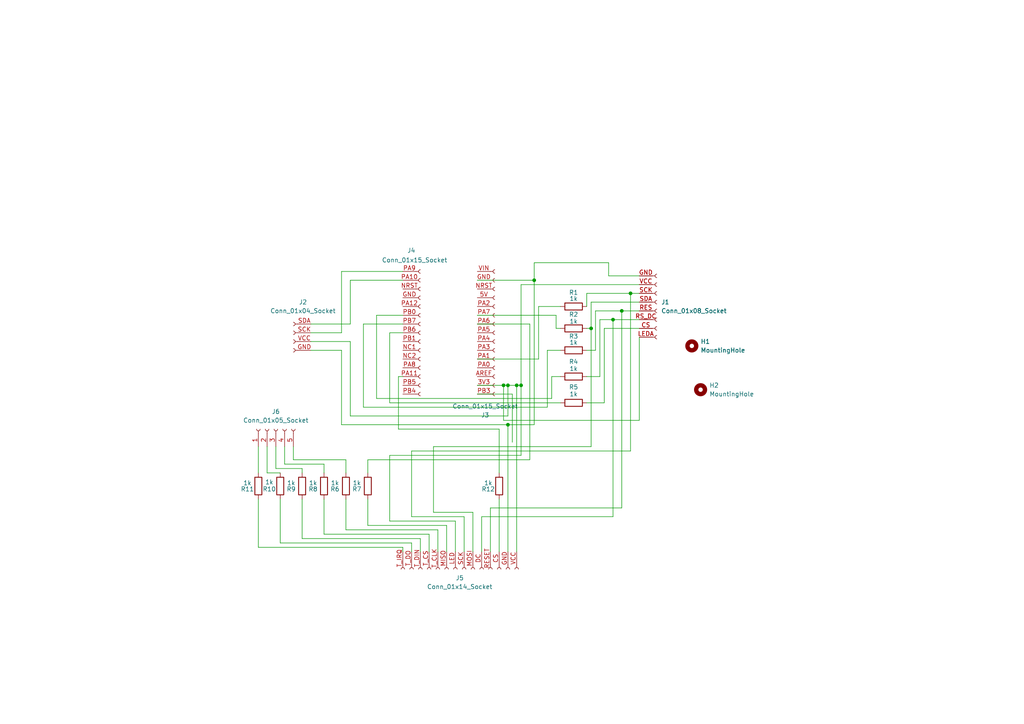
<source format=kicad_sch>
(kicad_sch (version 20231120) (generator "eeschema") (generator_version "8.0")
  (paper "A4")
  (lib_symbols
    (symbol "Conn_01x15_Socket_1" (pin_names (offset 1.016) hide)
      (property "Reference" "J4" (at -3.81 23.876 0))
      (property "Value" "Conn_01x15_Socket" (at -11.176 21.082 0))
      (symbol "Conn_01x15_Socket_1_1_1"
        (arc (start 0 -17.272) (mid -0.5058 -17.78) (end 0 -18.288) (stroke (width 0.1524)))
        (arc (start 0 -14.732) (mid -0.5058 -15.24) (end 0 -15.748) (stroke (width 0.1524)))
        (arc (start 0 -12.192) (mid -0.5058 -12.7) (end 0 -13.208) (stroke (width 0.1524)))
        (arc (start 0 -9.652) (mid -0.5058 -10.16) (end 0 -10.668) (stroke (width 0.1524)))
        (arc (start 0 -7.112) (mid -0.5058 -7.62) (end 0 -8.128) (stroke (width 0.1524)))
        (arc (start 0 -4.572) (mid -0.5058 -5.08) (end 0 -5.588) (stroke (width 0.1524)))
        (arc (start 0 -2.032) (mid -0.5058 -2.54) (end 0 -3.048) (stroke (width 0.1524)))
        (polyline (pts (xy -1.27 -17.78) (xy -0.508 -17.78)) (stroke (width 0.1524)))
        (polyline (pts (xy -1.27 -15.24) (xy -0.508 -15.24)) (stroke (width 0.1524)))
        (polyline (pts (xy -1.27 -12.7) (xy -0.508 -12.7)) (stroke (width 0.1524)))
        (polyline (pts (xy -1.27 -10.16) (xy -0.508 -10.16)) (stroke (width 0.1524)))
        (polyline (pts (xy -1.27 -7.62) (xy -0.508 -7.62)) (stroke (width 0.1524)))
        (polyline (pts (xy -1.27 -5.08) (xy -0.508 -5.08)) (stroke (width 0.1524)))
        (polyline (pts (xy -1.27 -2.54) (xy -0.508 -2.54)) (stroke (width 0.1524)))
        (polyline (pts (xy -1.27 0) (xy -0.508 0)) (stroke (width 0.1524)))
        (polyline (pts (xy -1.27 2.54) (xy -0.508 2.54)) (stroke (width 0.1524)))
        (polyline (pts (xy -1.27 5.08) (xy -0.508 5.08)) (stroke (width 0.1524)))
        (polyline (pts (xy -1.27 7.62) (xy -0.508 7.62)) (stroke (width 0.1524)))
        (polyline (pts (xy -1.27 10.16) (xy -0.508 10.16)) (stroke (width 0.1524)))
        (polyline (pts (xy -1.27 12.7) (xy -0.508 12.7)) (stroke (width 0.1524)))
        (polyline (pts (xy -1.27 15.24) (xy -0.508 15.24)) (stroke (width 0.1524)))
        (polyline (pts (xy -1.27 17.78) (xy -0.508 17.78)) (stroke (width 0.1524)))
        (arc (start 0 0.508) (mid -0.5058 0) (end 0 -0.508) (stroke (width 0.1524)))
        (arc (start 0 3.048) (mid -0.5058 2.54) (end 0 2.032) (stroke (width 0.1524)))
        (arc (start 0 5.588) (mid -0.5058 5.08) (end 0 4.572) (stroke (width 0.1524)))
        (arc (start 0 8.128) (mid -0.5058 7.62) (end 0 7.112) (stroke (width 0.1524)))
        (arc (start 0 10.668) (mid -0.5058 10.16) (end 0 9.652) (stroke (width 0.1524)))
        (arc (start 0 13.208) (mid -0.5058 12.7) (end 0 12.192) (stroke (width 0.1524)))
        (arc (start 0 15.748) (mid -0.5058 15.24) (end 0 14.732) (stroke (width 0.1524)))
        (arc (start 0 18.288) (mid -0.5058 17.78) (end 0 17.272) (stroke (width 0.1524)))
        (pin passive line (at -5.08 10.16 0) (length 3.81) (name "Pin_4") (number "GND"))
        (pin passive line (at -5.08 -5.08 0) (length 3.81) (name "Pin_10") (number "NC1"))
        (pin passive line (at -5.08 -7.62 0) (length 3.81) (name "Pin_11") (number "NC2"))
        (pin passive line (at -5.08 12.7 0) (length 3.81) (name "Pin_3") (number "NRST"))
        (pin passive line (at -5.08 15.24 0) (length 3.81) (name "Pin_2") (number "PA10"))
        (pin passive line (at -5.08 -12.7 0) (length 3.81) (name "Pin_13") (number "PA11"))
        (pin passive line (at -5.08 7.62 0) (length 3.81) (name "Pin_5") (number "PA12"))
        (pin passive line (at -5.08 -10.16 0) (length 3.81) (name "Pin_12") (number "PA8"))
        (pin passive line (at -5.08 17.78 0) (length 3.81) (name "Pin_1") (number "PA9"))
        (pin passive line (at -5.08 5.08 0) (length 3.81) (name "Pin_6") (number "PB0"))
        (pin passive line (at -5.08 -2.54 0) (length 3.81) (name "Pin_9") (number "PB1"))
        (pin passive line (at -5.08 -17.78 0) (length 3.81) (name "Pin_15") (number "PB4"))
        (pin passive line (at -5.08 -15.24 0) (length 3.81) (name "Pin_14") (number "PB5"))
        (pin passive line (at -5.08 0 0) (length 3.81) (name "Pin_8") (number "PB6"))
        (pin passive line (at -5.08 2.54 0) (length 3.81) (name "Pin_7") (number "PB7"))
      )
    )
    (symbol "Connector:Conn_01x04_Socket" (pin_names (offset 1.016) hide)
      (property "Reference" "J2" (at -0.635 -10.16 0))
      (property "Value" "Conn_01x04_Socket" (at -0.635 -7.62 0))
      (symbol "Conn_01x04_Socket_1_1"
        (arc (start 0 -4.572) (mid -0.5058 -5.08) (end 0 -5.588) (stroke (width 0.1524)))
        (arc (start 0 -2.032) (mid -0.5058 -2.54) (end 0 -3.048) (stroke (width 0.1524)))
        (polyline (pts (xy -1.27 -5.08) (xy -0.508 -5.08)) (stroke (width 0.1524)))
        (polyline (pts (xy -1.27 -2.54) (xy -0.508 -2.54)) (stroke (width 0.1524)))
        (polyline (pts (xy -1.27 0) (xy -0.508 0)) (stroke (width 0.1524)))
        (polyline (pts (xy -1.27 2.54) (xy -0.508 2.54)) (stroke (width 0.1524)))
        (arc (start 0 0.508) (mid -0.5058 0) (end 0 -0.508) (stroke (width 0.1524)))
        (arc (start 0 3.048) (mid -0.5058 2.54) (end 0 2.032) (stroke (width 0.1524)))
        (pin passive line (at -5.08 2.54 0) (length 3.81) (name "Pin_1") (number "GND"))
        (pin passive line (at -5.08 -2.54 0) (length 3.81) (name "Pin_3") (number "SCK"))
        (pin passive line (at -5.08 -5.08 0) (length 3.81) (name "Pin_4") (number "SDA"))
        (pin passive line (at -5.08 0 0) (length 3.81) (name "Pin_2") (number "VCC"))
      )
    )
    (symbol "Connector:Conn_01x05_Socket" (pin_names (offset 1.016) hide)
      (property "Reference" "J" (at 0 7.62 0))
      (property "Value" "Conn_01x05_Socket" (at 0 -7.62 0))
      (symbol "Conn_01x05_Socket_1_1"
        (arc (start 0 -4.572) (mid -0.5058 -5.08) (end 0 -5.588) (stroke (width 0.1524)))
        (arc (start 0 -2.032) (mid -0.5058 -2.54) (end 0 -3.048) (stroke (width 0.1524)))
        (polyline (pts (xy -1.27 -5.08) (xy -0.508 -5.08)) (stroke (width 0.1524)))
        (polyline (pts (xy -1.27 -2.54) (xy -0.508 -2.54)) (stroke (width 0.1524)))
        (polyline (pts (xy -1.27 0) (xy -0.508 0)) (stroke (width 0.1524)))
        (polyline (pts (xy -1.27 2.54) (xy -0.508 2.54)) (stroke (width 0.1524)))
        (polyline (pts (xy -1.27 5.08) (xy -0.508 5.08)) (stroke (width 0.1524)))
        (arc (start 0 0.508) (mid -0.5058 0) (end 0 -0.508) (stroke (width 0.1524)))
        (arc (start 0 3.048) (mid -0.5058 2.54) (end 0 2.032) (stroke (width 0.1524)))
        (arc (start 0 5.588) (mid -0.5058 5.08) (end 0 4.572) (stroke (width 0.1524)))
        (pin passive line (at -5.08 5.08 0) (length 3.81) (name "Pin_1") (number "1"))
        (pin passive line (at -5.08 2.54 0) (length 3.81) (name "Pin_2") (number "2"))
        (pin passive line (at -5.08 0 0) (length 3.81) (name "Pin_3") (number "3"))
        (pin passive line (at -5.08 -2.54 0) (length 3.81) (name "Pin_4") (number "4"))
        (pin passive line (at -5.08 -5.08 0) (length 3.81) (name "Pin_5") (number "5"))
      )
    )
    (symbol "Connector:Conn_01x08_Socket" (pin_names (offset 1.016) hide)
      (property "Reference" "J1" (at 1.27 0.0001 0))
      (property "Value" "Conn_01x08_Socket" (at 1.27 -2.5399 0))
      (symbol "Conn_01x08_Socket_1_1"
        (arc (start 0 -9.652) (mid -0.5058 -10.16) (end 0 -10.668) (stroke (width 0.1524)))
        (arc (start 0 -7.112) (mid -0.5058 -7.62) (end 0 -8.128) (stroke (width 0.1524)))
        (arc (start 0 -4.572) (mid -0.5058 -5.08) (end 0 -5.588) (stroke (width 0.1524)))
        (arc (start 0 -2.032) (mid -0.5058 -2.54) (end 0 -3.048) (stroke (width 0.1524)))
        (polyline (pts (xy -1.27 -10.16) (xy -0.508 -10.16)) (stroke (width 0.1524)))
        (polyline (pts (xy -1.27 -7.62) (xy -0.508 -7.62)) (stroke (width 0.1524)))
        (polyline (pts (xy -1.27 -5.08) (xy -0.508 -5.08)) (stroke (width 0.1524)))
        (polyline (pts (xy -1.27 -2.54) (xy -0.508 -2.54)) (stroke (width 0.1524)))
        (polyline (pts (xy -1.27 0) (xy -0.508 0)) (stroke (width 0.1524)))
        (polyline (pts (xy -1.27 2.54) (xy -0.508 2.54)) (stroke (width 0.1524)))
        (polyline (pts (xy -1.27 5.08) (xy -0.508 5.08)) (stroke (width 0.1524)))
        (polyline (pts (xy -1.27 7.62) (xy -0.508 7.62)) (stroke (width 0.1524)))
        (arc (start 0 0.508) (mid -0.5058 0) (end 0 -0.508) (stroke (width 0.1524)))
        (arc (start 0 3.048) (mid -0.5058 2.54) (end 0 2.032) (stroke (width 0.1524)))
        (arc (start 0 5.588) (mid -0.5058 5.08) (end 0 4.572) (stroke (width 0.1524)))
        (arc (start 0 8.128) (mid -0.5058 7.62) (end 0 7.112) (stroke (width 0.1524)))
        (pin passive line (at -5.08 -7.62 0) (length 3.81) (name "Pin_7") (number "CS"))
        (pin passive line (at -5.08 7.62 0) (length 3.81) (name "Pin_1") (number "GND"))
        (pin passive line (at -5.08 -10.16 0) (length 3.81) (name "Pin_8") (number "LEDA"))
        (pin passive line (at -5.08 -2.54 0) (length 3.81) (name "Pin_5") (number "RES"))
        (pin passive line (at -5.08 -5.08 0) (length 3.81) (name "Pin_6") (number "RS_DC"))
        (pin passive line (at -5.08 2.54 0) (length 3.81) (name "Pin_3") (number "SCK"))
        (pin passive line (at -5.08 0 0) (length 3.81) (name "Pin_4") (number "SDA"))
        (pin passive line (at -5.08 5.08 0) (length 3.81) (name "Pin_2") (number "VCC"))
      )
    )
    (symbol "Connector:Conn_01x14_Socket" (pin_names (offset 1.016) hide)
      (property "Reference" "J5" (at 2.54 -1.27 90))
      (property "Value" "Conn_01x14_Socket" (at 5.08 -1.27 90))
      (symbol "Conn_01x14_Socket_1_1"
        (arc (start 0 -17.272) (mid -0.5058 -17.78) (end 0 -18.288) (stroke (width 0.1524)))
        (arc (start 0 -14.732) (mid -0.5058 -15.24) (end 0 -15.748) (stroke (width 0.1524)))
        (arc (start 0 -12.192) (mid -0.5058 -12.7) (end 0 -13.208) (stroke (width 0.1524)))
        (arc (start 0 -9.652) (mid -0.5058 -10.16) (end 0 -10.668) (stroke (width 0.1524)))
        (arc (start 0 -7.112) (mid -0.5058 -7.62) (end 0 -8.128) (stroke (width 0.1524)))
        (arc (start 0 -4.572) (mid -0.5058 -5.08) (end 0 -5.588) (stroke (width 0.1524)))
        (arc (start 0 -2.032) (mid -0.5058 -2.54) (end 0 -3.048) (stroke (width 0.1524)))
        (polyline (pts (xy -1.27 -17.78) (xy -0.508 -17.78)) (stroke (width 0.1524)))
        (polyline (pts (xy -1.27 -15.24) (xy -0.508 -15.24)) (stroke (width 0.1524)))
        (polyline (pts (xy -1.27 -12.7) (xy -0.508 -12.7)) (stroke (width 0.1524)))
        (polyline (pts (xy -1.27 -10.16) (xy -0.508 -10.16)) (stroke (width 0.1524)))
        (polyline (pts (xy -1.27 -7.62) (xy -0.508 -7.62)) (stroke (width 0.1524)))
        (polyline (pts (xy -1.27 -5.08) (xy -0.508 -5.08)) (stroke (width 0.1524)))
        (polyline (pts (xy -1.27 -2.54) (xy -0.508 -2.54)) (stroke (width 0.1524)))
        (polyline (pts (xy -1.27 0) (xy -0.508 0)) (stroke (width 0.1524)))
        (polyline (pts (xy -1.27 2.54) (xy -0.508 2.54)) (stroke (width 0.1524)))
        (polyline (pts (xy -1.27 5.08) (xy -0.508 5.08)) (stroke (width 0.1524)))
        (polyline (pts (xy -1.27 7.62) (xy -0.508 7.62)) (stroke (width 0.1524)))
        (polyline (pts (xy -1.27 10.16) (xy -0.508 10.16)) (stroke (width 0.1524)))
        (polyline (pts (xy -1.27 12.7) (xy -0.508 12.7)) (stroke (width 0.1524)))
        (polyline (pts (xy -1.27 15.24) (xy -0.508 15.24)) (stroke (width 0.1524)))
        (arc (start 0 0.508) (mid -0.5058 0) (end 0 -0.508) (stroke (width 0.1524)))
        (arc (start 0 3.048) (mid -0.5058 2.54) (end 0 2.032) (stroke (width 0.1524)))
        (arc (start 0 5.588) (mid -0.5058 5.08) (end 0 4.572) (stroke (width 0.1524)))
        (arc (start 0 8.128) (mid -0.5058 7.62) (end 0 7.112) (stroke (width 0.1524)))
        (arc (start 0 10.668) (mid -0.5058 10.16) (end 0 9.652) (stroke (width 0.1524)))
        (arc (start 0 13.208) (mid -0.5058 12.7) (end 0 12.192) (stroke (width 0.1524)))
        (arc (start 0 15.748) (mid -0.5058 15.24) (end 0 14.732) (stroke (width 0.1524)))
        (pin passive line (at -5.08 10.16 0) (length 3.81) (name "Pin_3") (number "CS"))
        (pin passive line (at -5.08 5.08 0) (length 3.81) (name "Pin_5") (number "DC"))
        (pin passive line (at -5.08 12.7 0) (length 3.81) (name "Pin_2") (number "GND"))
        (pin passive line (at -5.08 -2.54 0) (length 3.81) (name "Pin_8") (number "LED"))
        (pin passive line (at -5.08 -5.08 0) (length 3.81) (name "Pin_9") (number "MISO"))
        (pin passive line (at -5.08 2.54 0) (length 3.81) (name "Pin_6") (number "MOSI"))
        (pin passive line (at -5.08 7.62 0) (length 3.81) (name "Pin_4") (number "RESET"))
        (pin passive line (at -5.08 0 0) (length 3.81) (name "Pin_7") (number "SCK"))
        (pin passive line (at -5.08 -7.62 0) (length 3.81) (name "Pin_10") (number "T_CLK"))
        (pin passive line (at -5.08 -10.16 0) (length 3.81) (name "Pin_11") (number "T_CS"))
        (pin passive line (at -5.08 -12.7 0) (length 3.81) (name "Pin_12") (number "T_DIN"))
        (pin passive line (at -5.08 -15.24 0) (length 3.81) (name "Pin_13") (number "T_DO"))
        (pin passive line (at -5.08 -17.78 0) (length 3.81) (name "Pin_14") (number "T_IRQ"))
        (pin passive line (at -5.08 15.24 0) (length 3.81) (name "Pin_1") (number "VCC"))
      )
    )
    (symbol "Connector:Conn_01x15_Socket" (pin_names (offset 1.016) hide)
      (property "Reference" "J3" (at -1.016 22.606 0))
      (property "Value" "Conn_01x15_Socket" (at -1.016 20.066 0))
      (symbol "Conn_01x15_Socket_1_1"
        (arc (start -3.81 -19.558) (mid -3.3042 -19.05) (end -3.81 -18.542) (stroke (width 0.1524)))
        (arc (start -3.81 -17.018) (mid -3.3042 -16.51) (end -3.81 -16.002) (stroke (width 0.1524)))
        (arc (start -3.81 -14.478) (mid -3.3042 -13.97) (end -3.81 -13.462) (stroke (width 0.1524)))
        (arc (start -3.81 -11.938) (mid -3.3042 -11.43) (end -3.81 -10.922) (stroke (width 0.1524)))
        (arc (start -3.81 -9.398) (mid -3.3042 -8.89) (end -3.81 -8.382) (stroke (width 0.1524)))
        (arc (start -3.81 -6.858) (mid -3.3042 -6.35) (end -3.81 -5.842) (stroke (width 0.1524)))
        (arc (start -3.81 -4.318) (mid -3.3042 -3.81) (end -3.81 -3.302) (stroke (width 0.1524)))
        (arc (start -3.81 -1.778) (mid -3.3042 -1.27) (end -3.81 -0.762) (stroke (width 0.1524)))
        (arc (start -3.81 0.762) (mid -3.3042 1.27) (end -3.81 1.778) (stroke (width 0.1524)))
        (arc (start -3.81 3.302) (mid -3.3042 3.81) (end -3.81 4.318) (stroke (width 0.1524)))
        (arc (start -3.81 5.842) (mid -3.3042 6.35) (end -3.81 6.858) (stroke (width 0.1524)))
        (arc (start -3.81 8.382) (mid -3.3042 8.89) (end -3.81 9.398) (stroke (width 0.1524)))
        (arc (start -3.81 10.922) (mid -3.3042 11.43) (end -3.81 11.938) (stroke (width 0.1524)))
        (arc (start -3.81 13.462) (mid -3.3042 13.97) (end -3.81 14.478) (stroke (width 0.1524)))
        (arc (start -3.81 16.002) (mid -3.3042 16.51) (end -3.81 17.018) (stroke (width 0.1524)))
        (polyline (pts (xy -2.54 -19.05) (xy -3.302 -19.05)) (stroke (width 0.1524)))
        (polyline (pts (xy -2.54 -16.51) (xy -3.302 -16.51)) (stroke (width 0.1524)))
        (polyline (pts (xy -2.54 -13.97) (xy -3.302 -13.97)) (stroke (width 0.1524)))
        (polyline (pts (xy -2.54 -11.43) (xy -3.302 -11.43)) (stroke (width 0.1524)))
        (polyline (pts (xy -2.54 -8.89) (xy -3.302 -8.89)) (stroke (width 0.1524)))
        (polyline (pts (xy -2.54 -6.35) (xy -3.302 -6.35)) (stroke (width 0.1524)))
        (polyline (pts (xy -2.54 -3.81) (xy -3.302 -3.81)) (stroke (width 0.1524)))
        (polyline (pts (xy -2.54 -1.27) (xy -3.302 -1.27)) (stroke (width 0.1524)))
        (polyline (pts (xy -2.54 1.27) (xy -3.302 1.27)) (stroke (width 0.1524)))
        (polyline (pts (xy -2.54 3.81) (xy -3.302 3.81)) (stroke (width 0.1524)))
        (polyline (pts (xy -2.54 6.35) (xy -3.302 6.35)) (stroke (width 0.1524)))
        (polyline (pts (xy -2.54 8.89) (xy -3.302 8.89)) (stroke (width 0.1524)))
        (polyline (pts (xy -2.54 11.43) (xy -3.302 11.43)) (stroke (width 0.1524)))
        (polyline (pts (xy -2.54 13.97) (xy -3.302 13.97)) (stroke (width 0.1524)))
        (polyline (pts (xy -2.54 16.51) (xy -3.302 16.51)) (stroke (width 0.1524)))
        (pin passive line (at 1.27 13.97 180) (length 3.81) (name "Pin_14") (number "3V3"))
        (pin passive line (at 1.27 -11.43 180) (length 3.81) (name "Pin_4") (number "5V"))
        (pin passive line (at 1.27 11.43 180) (length 3.81) (name "Pin_13") (number "AREF"))
        (pin passive line (at 1.27 -16.51 180) (length 3.81) (name "Pin_2") (number "GND"))
        (pin passive line (at 1.27 -13.97 180) (length 3.81) (name "Pin_3") (number "NRST"))
        (pin passive line (at 1.27 8.89 180) (length 3.81) (name "Pin_12") (number "PA0"))
        (pin passive line (at 1.27 6.35 180) (length 3.81) (name "Pin_11") (number "PA1"))
        (pin passive line (at 1.27 -8.89 180) (length 3.81) (name "Pin_5") (number "PA2"))
        (pin passive line (at 1.27 3.81 180) (length 3.81) (name "Pin_10") (number "PA3"))
        (pin passive line (at 1.27 1.27 180) (length 3.81) (name "Pin_9") (number "PA4"))
        (pin passive line (at 1.27 -1.27 180) (length 3.81) (name "Pin_8") (number "PA5"))
        (pin passive line (at 1.27 -3.81 180) (length 3.81) (name "Pin_7") (number "PA6"))
        (pin passive line (at 1.27 -6.35 180) (length 3.81) (name "Pin_6") (number "PA7"))
        (pin passive line (at 1.27 16.51 180) (length 3.81) (name "Pin_15") (number "PB3"))
        (pin passive line (at 1.27 -19.05 180) (length 3.81) (name "Pin_1") (number "VIN"))
      )
    )
    (symbol "Device:R" (pin_numbers hide) (pin_names (offset 0))
      (property "Reference" "R" (at 2.032 0 90))
      (property "Value" "R" (at 0 0 90))
      (symbol "R_0_1"
        (rectangle (start -1.016 -2.54) (end 1.016 2.54) (stroke (width 0.254)))
      )
      (symbol "R_1_1"
        (pin passive line (at 0 3.81 270) (length 1.27) (name "~") (number "1"))
        (pin passive line (at 0 -3.81 90) (length 1.27) (name "~") (number "2"))
      )
    )
    (symbol "Mechanical:MountingHole" (pin_names (offset 1.016)) (exclude_from_sim yes) (in_bom no)
      (property "Reference" "H" (at 0 5.08 0))
      (property "Value" "MountingHole" (at 0 3.175 0))
      (symbol "MountingHole_0_1"
        (circle (center 0 0) (radius 1.27) (stroke (width 1.27)))
      )
    )
  )
  (junction (at 151.13 111.76))
  (junction (at 147.32 123.19))
  (junction (at 154.94 81.28))
  (junction (at 171.45 95.25))
  (junction (at 180.34 90.17))
  (junction (at 149.86 111.76))
  (junction (at 177.8 92.71))
  (junction (at 182.88 85.09))
  (junction (at 147.32 111.76))
  (junction (at 146.05 111.76))
  (wire (pts (xy 138.43 114.3) (xy 148.59 114.3)))
  (wire (pts (xy 142.24 160.02) (xy 142.24 147.32)))
  (wire (pts (xy 177.8 92.71) (xy 177.8 149.86)))
  (wire (pts (xy 74.93 129.54) (xy 74.93 137.16)))
  (wire (pts (xy 137.16 148.59) (xy 137.16 160.02)))
  (wire (pts (xy 125.73 129.54) (xy 125.73 148.59)))
  (wire (pts (xy 162.56 101.6) (xy 158.75 101.6)))
  (wire (pts (xy 162.56 95.25) (xy 161.29 95.25)))
  (wire (pts (xy 134.62 149.86) (xy 119.38 149.86)))
  (wire (pts (xy 116.84 160.02) (xy 116.84 158.75)))
  (wire (pts (xy 170.18 95.25) (xy 171.45 95.25)))
  (wire (pts (xy 173.99 109.22) (xy 173.99 92.71)))
  (wire (pts (xy 146.05 121.92) (xy 146.05 111.76)))
  (wire (pts (xy 93.98 144.78) (xy 93.98 154.94)))
  (wire (pts (xy 129.54 152.4) (xy 106.68 152.4)))
  (wire (pts (xy 176.53 76.2) (xy 176.53 80.01)))
  (wire (pts (xy 109.22 91.44) (xy 116.84 91.44)))
  (wire (pts (xy 77.47 137.16) (xy 81.28 137.16)))
  (wire (pts (xy 113.03 151.13) (xy 132.08 151.13)))
  (wire (pts (xy 171.45 87.63) (xy 185.42 87.63)))
  (wire (pts (xy 85.09 133.35) (xy 100.33 133.35)))
  (wire (pts (xy 113.03 132.08) (xy 113.03 151.13)))
  (wire (pts (xy 171.45 129.54) (xy 171.45 95.25)))
  (wire (pts (xy 147.32 123.19) (xy 99.06 123.19)))
  (wire (pts (xy 80.01 129.54) (xy 80.01 135.89)))
  (wire (pts (xy 93.98 134.62) (xy 93.98 137.16)))
  (wire (pts (xy 170.18 101.6) (xy 172.72 101.6)))
  (wire (pts (xy 99.06 123.19) (xy 99.06 101.6)))
  (wire (pts (xy 125.73 129.54) (xy 171.45 129.54)))
  (wire (pts (xy 144.78 144.78) (xy 144.78 160.02)))
  (wire (pts (xy 173.99 92.71) (xy 177.8 92.71)))
  (wire (pts (xy 105.41 93.98) (xy 116.84 93.98)))
  (wire (pts (xy 151.13 82.55) (xy 151.13 111.76)))
  (wire (pts (xy 149.86 111.76) (xy 149.86 160.02)))
  (wire (pts (xy 180.34 90.17) (xy 185.42 90.17)))
  (wire (pts (xy 115.57 109.22) (xy 116.84 109.22)))
  (wire (pts (xy 138.43 81.28) (xy 154.94 81.28)))
  (wire (pts (xy 156.21 88.9) (xy 156.21 104.14)))
  (wire (pts (xy 148.59 128.27) (xy 148.59 114.3)))
  (wire (pts (xy 147.32 120.65) (xy 147.32 111.76)))
  (wire (pts (xy 147.32 123.19) (xy 147.32 160.02)))
  (wire (pts (xy 138.43 104.14) (xy 156.21 104.14)))
  (wire (pts (xy 170.18 116.84) (xy 175.26 116.84)))
  (wire (pts (xy 90.17 96.52) (xy 99.06 96.52)))
  (wire (pts (xy 99.06 101.6) (xy 90.17 101.6)))
  (wire (pts (xy 101.6 120.65) (xy 101.6 99.06)))
  (wire (pts (xy 119.38 130.81) (xy 182.88 130.81)))
  (wire (pts (xy 134.62 160.02) (xy 134.62 149.86)))
  (wire (pts (xy 154.94 81.28) (xy 154.94 123.19)))
  (wire (pts (xy 101.6 99.06) (xy 90.17 99.06)))
  (wire (pts (xy 185.42 82.55) (xy 151.13 82.55)))
  (wire (pts (xy 99.06 78.74) (xy 116.84 78.74)))
  (wire (pts (xy 146.05 111.76) (xy 147.32 111.76)))
  (wire (pts (xy 115.57 124.46) (xy 115.57 109.22)))
  (wire (pts (xy 144.78 137.16) (xy 144.78 124.46)))
  (wire (pts (xy 121.92 156.21) (xy 87.63 156.21)))
  (wire (pts (xy 113.03 96.52) (xy 116.84 96.52)))
  (wire (pts (xy 127 153.67) (xy 100.33 153.67)))
  (wire (pts (xy 87.63 156.21) (xy 87.63 144.78)))
  (wire (pts (xy 74.93 144.78) (xy 74.93 158.75)))
  (wire (pts (xy 139.7 160.02) (xy 139.7 149.86)))
  (wire (pts (xy 82.55 134.62) (xy 93.98 134.62)))
  (wire (pts (xy 81.28 157.48) (xy 81.28 144.78)))
  (wire (pts (xy 137.16 148.59) (xy 125.73 148.59)))
  (wire (pts (xy 139.7 149.86) (xy 177.8 149.86)))
  (wire (pts (xy 132.08 151.13) (xy 132.08 160.02)))
  (wire (pts (xy 100.33 153.67) (xy 100.33 144.78)))
  (wire (pts (xy 106.68 144.78) (xy 106.68 152.4)))
  (wire (pts (xy 175.26 95.25) (xy 185.42 95.25)))
  (wire (pts (xy 185.42 121.92) (xy 146.05 121.92)))
  (wire (pts (xy 160.02 115.57) (xy 109.22 115.57)))
  (wire (pts (xy 162.56 116.84) (xy 113.03 116.84)))
  (wire (pts (xy 99.06 96.52) (xy 99.06 78.74)))
  (wire (pts (xy 93.98 154.94) (xy 124.46 154.94)))
  (wire (pts (xy 121.92 160.02) (xy 121.92 156.21)))
  (wire (pts (xy 124.46 154.94) (xy 124.46 160.02)))
  (wire (pts (xy 171.45 95.25) (xy 171.45 87.63)))
  (wire (pts (xy 172.72 101.6) (xy 172.72 90.17)))
  (wire (pts (xy 101.6 81.28) (xy 116.84 81.28)))
  (wire (pts (xy 182.88 85.09) (xy 170.18 85.09)))
  (wire (pts (xy 138.43 93.98) (xy 153.67 93.98)))
  (wire (pts (xy 144.78 124.46) (xy 115.57 124.46)))
  (wire (pts (xy 119.38 160.02) (xy 119.38 157.48)))
  (wire (pts (xy 119.38 130.81) (xy 119.38 149.86)))
  (wire (pts (xy 100.33 133.35) (xy 100.33 137.16)))
  (wire (pts (xy 87.63 135.89) (xy 87.63 137.16)))
  (wire (pts (xy 80.01 135.89) (xy 87.63 135.89)))
  (wire (pts (xy 175.26 116.84) (xy 175.26 95.25)))
  (wire (pts (xy 82.55 129.54) (xy 82.55 134.62)))
  (wire (pts (xy 149.86 111.76) (xy 151.13 111.76)))
  (wire (pts (xy 172.72 90.17) (xy 180.34 90.17)))
  (wire (pts (xy 160.02 109.22) (xy 160.02 115.57)))
  (wire (pts (xy 153.67 133.35) (xy 153.67 93.98)))
  (wire (pts (xy 170.18 85.09) (xy 170.18 88.9)))
  (wire (pts (xy 154.94 123.19) (xy 147.32 123.19)))
  (wire (pts (xy 182.88 130.81) (xy 182.88 85.09)))
  (wire (pts (xy 147.32 111.76) (xy 149.86 111.76)))
  (wire (pts (xy 106.68 133.35) (xy 153.67 133.35)))
  (wire (pts (xy 162.56 109.22) (xy 160.02 109.22)))
  (wire (pts (xy 161.29 95.25) (xy 161.29 91.44)))
  (wire (pts (xy 109.22 115.57) (xy 109.22 91.44)))
  (wire (pts (xy 127 160.02) (xy 127 153.67)))
  (wire (pts (xy 177.8 92.71) (xy 185.42 92.71)))
  (wire (pts (xy 180.34 147.32) (xy 180.34 90.17)))
  (wire (pts (xy 119.38 157.48) (xy 81.28 157.48)))
  (wire (pts (xy 170.18 109.22) (xy 173.99 109.22)))
  (wire (pts (xy 90.17 93.98) (xy 101.6 93.98)))
  (wire (pts (xy 158.75 118.11) (xy 105.41 118.11)))
  (wire (pts (xy 85.09 129.54) (xy 85.09 133.35)))
  (wire (pts (xy 162.56 88.9) (xy 156.21 88.9)))
  (wire (pts (xy 113.03 132.08) (xy 151.13 132.08)))
  (wire (pts (xy 116.84 158.75) (xy 74.93 158.75)))
  (wire (pts (xy 101.6 120.65) (xy 147.32 120.65)))
  (wire (pts (xy 129.54 160.02) (xy 129.54 152.4)))
  (wire (pts (xy 138.43 91.44) (xy 161.29 91.44)))
  (wire (pts (xy 113.03 116.84) (xy 113.03 96.52)))
  (wire (pts (xy 106.68 133.35) (xy 106.68 137.16)))
  (wire (pts (xy 105.41 118.11) (xy 105.41 93.98)))
  (wire (pts (xy 101.6 93.98) (xy 101.6 81.28)))
  (wire (pts (xy 158.75 101.6) (xy 158.75 118.11)))
  (wire (pts (xy 142.24 147.32) (xy 180.34 147.32)))
  (wire (pts (xy 176.53 80.01) (xy 185.42 80.01)))
  (wire (pts (xy 151.13 111.76) (xy 151.13 132.08)))
  (wire (pts (xy 138.43 111.76) (xy 146.05 111.76)))
  (wire (pts (xy 185.42 97.79) (xy 185.42 121.92)))
  (wire (pts (xy 185.42 85.09) (xy 182.88 85.09)))
  (wire (pts (xy 176.53 76.2) (xy 154.94 76.2)))
  (wire (pts (xy 77.47 129.54) (xy 77.47 137.16)))
  (wire (pts (xy 154.94 76.2) (xy 154.94 81.28)))
  (symbol (lib_id "Device:R") (at 166.37 88.9 90) (unit 1)
    (property "Reference" "R1" (at 166.37 84.836 90))
    (property "Value" "1k" (at 166.37 86.614 90))
    (property "Footprint" "Resistor_THT:R_Axial_DIN0207_L6.3mm_D2.5mm_P7.62mm_Horizontal" (effects (hide yes)))
    (property "Description" "Resistor" (effects (hide yes)))
  )
  (symbol (lib_id "Connector:Conn_01x05_Socket") (at 80.01 124.46 90) (unit 1)
    (property "Reference" "J6" (at 80.01 119.38 90))
    (property "Value" "Conn_01x05_Socket" (at 80.01 121.92 90))
    (property "Footprint" "Connector_PinSocket_2.54mm:PinSocket_1x05_P2.54mm_Vertical" (effects (hide yes)))
    (property "Description" "Generic connector, single row, 01x05, script generated" (effects (hide yes)))
  )
  (symbol (lib_id "Device:R") (at 93.98 140.97 180) (unit 1)
    (property "Reference" "R8" (at 90.805 141.859 0))
    (property "Value" "1k" (at 90.805 140.081 0))
    (property "Footprint" "Resistor_THT:R_Axial_DIN0207_L6.3mm_D2.5mm_P7.62mm_Horizontal" (effects (hide yes)))
    (property "Description" "Resistor" (effects (hide yes)))
  )
  (symbol (lib_id "Device:R") (at 74.93 140.97 180) (unit 1)
    (property "Reference" "R11" (at 71.755 141.859 0))
    (property "Value" "1k" (at 71.755 140.081 0))
    (property "Footprint" "Resistor_THT:R_Axial_DIN0207_L6.3mm_D2.5mm_P7.62mm_Horizontal" (effects (hide yes)))
    (property "Description" "Resistor" (effects (hide yes)))
  )
  (symbol (lib_id "Connector:Conn_01x04_Socket") (at 85.09 99.06 180) (unit 1)
    (property "Reference" "J2" (at 87.884 87.63 0))
    (property "Value" "Conn_01x04_Socket" (at 87.884 90.17 0))
    (property "Footprint" "ST7735_Breakout:I2C_PINS" (effects (hide yes)))
    (property "Description" "Generic connector, single row, 01x04, script generated" (effects (hide yes)))
  )
  (symbol (lib_id "Device:R") (at 100.33 140.97 180) (unit 1)
    (property "Reference" "R6" (at 97.155 141.859 0))
    (property "Value" "1k" (at 97.155 140.081 0))
    (property "Footprint" "Resistor_THT:R_Axial_DIN0207_L6.3mm_D2.5mm_P7.62mm_Horizontal" (effects (hide yes)))
    (property "Description" "Resistor" (effects (hide yes)))
  )
  (symbol (lib_id "Device:R") (at 87.63 140.97 180) (unit 1)
    (property "Reference" "R9" (at 84.455 141.859 0))
    (property "Value" "1k" (at 84.455 140.081 0))
    (property "Footprint" "Resistor_THT:R_Axial_DIN0207_L6.3mm_D2.5mm_P7.62mm_Horizontal" (effects (hide yes)))
    (property "Description" "Resistor" (effects (hide yes)))
  )
  (symbol (lib_id "Device:R") (at 166.37 101.6 90) (unit 1)
    (property "Reference" "R3" (at 166.37 97.536 90))
    (property "Value" "1k" (at 166.37 99.314 90))
    (property "Footprint" "Resistor_THT:R_Axial_DIN0207_L6.3mm_D2.5mm_P7.62mm_Horizontal" (effects (hide yes)))
    (property "Description" "Resistor" (effects (hide yes)))
  )
  (symbol (lib_id "Connector:Conn_01x15_Socket") (at 139.7 97.79 180) (unit 1)
    (property "Reference" "J3" (at 140.716 120.396 0))
    (property "Value" "Conn_01x15_Socket" (at 140.716 117.856 0))
    (property "Footprint" "ST7735_Breakout:STM32PIN_RIGHT" (effects (hide yes)))
    (property "Description" "Generic connector, single row, 01x15, script generated" (effects (hide yes)))
  )
  (symbol (lib_id "Device:R") (at 166.37 116.84 90) (unit 1)
    (property "Reference" "R5" (at 166.37 112.268 90))
    (property "Value" "1k" (at 166.37 114.3 90))
    (property "Footprint" "Resistor_THT:R_Axial_DIN0207_L6.3mm_D2.5mm_P7.62mm_Horizontal" (effects (hide yes)))
    (property "Description" "Resistor" (effects (hide yes)))
  )
  (symbol (lib_name "Conn_01x15_Socket_1") (lib_id "Connector:Conn_01x15_Socket") (at 121.92 96.52 0) (unit 1)
    (property "Reference" "J4" (at 118.11 72.644 0) (effects (justify left)))
    (property "Value" "Conn_01x15_Socket" (at 110.744 75.438 0) (effects (justify left)))
    (property "Footprint" "ST7735_Breakout:STM32PIN_LEFT" (effects (hide yes)))
    (property "Description" "Generic connector, single row, 01x15, script generated" (effects (hide yes)))
  )
  (symbol (lib_id "Device:R") (at 166.37 109.22 90) (unit 1)
    (property "Reference" "R4" (at 166.37 104.902 90))
    (property "Value" "1k" (at 166.37 106.934 90))
    (property "Footprint" "Resistor_THT:R_Axial_DIN0207_L6.3mm_D2.5mm_P7.62mm_Horizontal" (effects (hide yes)))
    (property "Description" "Resistor" (effects (hide yes)))
  )
  (symbol (lib_id "Device:R") (at 144.78 140.97 180) (unit 1)
    (property "Reference" "R12" (at 141.605 141.859 0))
    (property "Value" "1k" (at 141.605 140.081 0))
    (property "Footprint" "Resistor_THT:R_Axial_DIN0207_L6.3mm_D2.5mm_P7.62mm_Horizontal" (effects (hide yes)))
    (property "Description" "Resistor" (effects (hide yes)))
  )
  (symbol (lib_id "Device:R") (at 106.68 140.97 180) (unit 1)
    (property "Reference" "R7" (at 103.505 141.859 0))
    (property "Value" "1k" (at 103.505 140.081 0))
    (property "Footprint" "Resistor_THT:R_Axial_DIN0207_L6.3mm_D2.5mm_P7.62mm_Horizontal" (effects (hide yes)))
    (property "Description" "Resistor" (effects (hide yes)))
  )
  (symbol (lib_id "Mechanical:MountingHole") (at 203.2 113.03 0) (unit 1) (exclude_from_sim yes) (in_bom no)
    (property "Reference" "H2" (at 205.74 111.7599 0) (effects (justify left)))
    (property "Value" "MountingHole" (at 205.74 114.2999 0) (effects (justify left)))
    (property "Footprint" "MountingHole:MountingHole_3.2mm_M3_DIN965_Pad_TopBottom" (effects (hide yes)))
    (property "Description" "Mounting Hole without connection" (effects (hide yes)))
  )
  (symbol (lib_id "Connector:Conn_01x08_Socket") (at 190.5 87.63 0) (unit 1)
    (property "Reference" "J1" (at 191.77 87.6299 0) (effects (justify left)))
    (property "Value" "Conn_01x08_Socket" (at 191.77 90.1699 0) (effects (justify left)))
    (property "Footprint" "ST7735_Breakout:ST7735_MOUNT" (effects (hide yes)))
    (property "Description" "Generic connector, single row, 01x08, script generated" (effects (hide yes)))
  )
  (symbol (lib_id "Device:R") (at 166.37 95.25 90) (unit 1)
    (property "Reference" "R2" (at 166.37 91.186 90))
    (property "Value" "1k" (at 166.37 93.218 90))
    (property "Footprint" "Resistor_THT:R_Axial_DIN0207_L6.3mm_D2.5mm_P7.62mm_Horizontal" (effects (hide yes)))
    (property "Description" "Resistor" (effects (hide yes)))
  )
  (symbol (lib_id "Mechanical:MountingHole") (at 200.66 100.33 0) (unit 1) (exclude_from_sim yes) (in_bom no)
    (property "Reference" "H1" (at 203.2 99.0599 0) (effects (justify left)))
    (property "Value" "MountingHole" (at 203.2 101.5999 0) (effects (justify left)))
    (property "Footprint" "MountingHole:MountingHole_3.2mm_M3_DIN965_Pad_TopBottom" (effects (hide yes)))
    (property "Description" "Mounting Hole without connection" (effects (hide yes)))
  )
  (symbol (lib_id "Device:R") (at 81.28 140.97 180) (unit 1)
    (property "Reference" "R10" (at 78.105 141.859 0))
    (property "Value" "1k" (at 78.105 139.827 0))
    (property "Footprint" "Resistor_THT:R_Axial_DIN0207_L6.3mm_D2.5mm_P7.62mm_Horizontal" (effects (hide yes)))
    (property "Description" "Resistor" (effects (hide yes)))
  )
  (symbol (lib_id "Connector:Conn_01x14_Socket") (at 134.62 165.1 270) (unit 1)
    (property "Reference" "J5" (at 133.35 167.64 90))
    (property "Value" "Conn_01x14_Socket" (at 133.35 170.18 90))
    (property "Footprint" "ST7735_Breakout:ILI9341_MOUNT" (effects (hide yes)))
    (property "Description" "Generic connector, single row, 01x14, script generated" (effects (hide yes)))
  )
)
</source>
